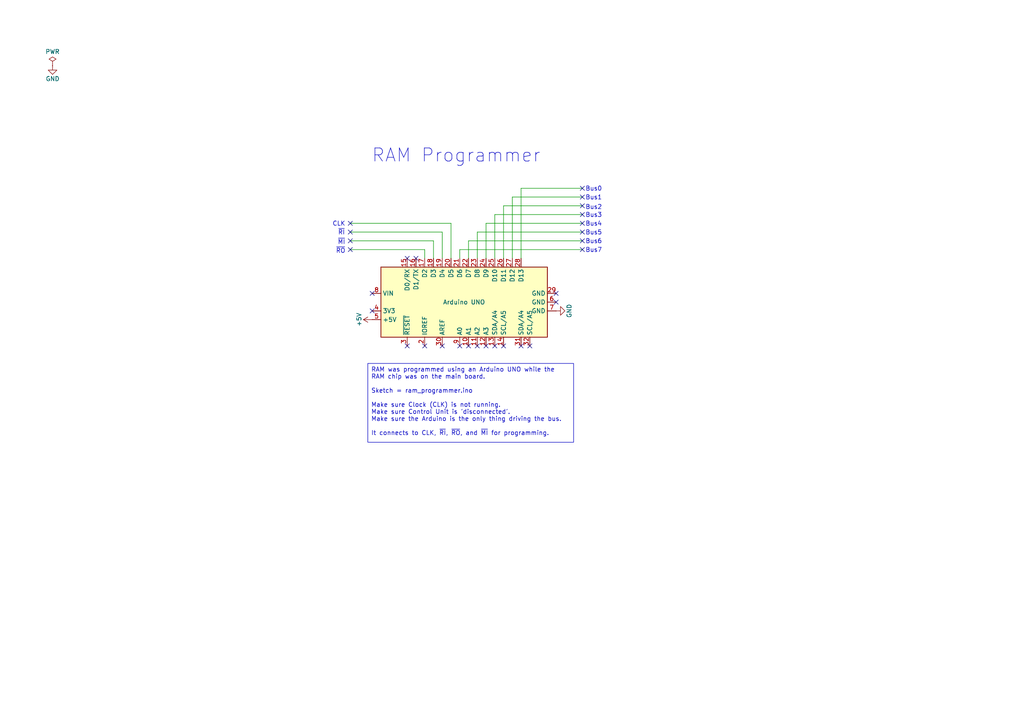
<source format=kicad_sch>
(kicad_sch (version 20250114) (generator "eeschema") (generator_version "9.0")
  (paper "A4")
  (lib_symbols
    (symbol "MCU_Module:Arduino_UNO_R3"
      (property "Reference" "A" (at -10.16 23.495 0))
      (property "Value" "Arduino_UNO_R3" (at 5.08 -26.67 0))
      (symbol "Arduino_UNO_R3_0_1"
        (rectangle (start -10.16 22.86) (end 10.16 -25.4) (stroke (width 0.254)) (fill (type background)))
      )
      (symbol "Arduino_UNO_R3_1_1"
        (pin bidirectional line (at -12.7 15.24 0) (length 2.54) (name "D0/RX") (number "15"))
        (pin bidirectional line (at -12.7 12.7 0) (length 2.54) (name "D1/TX") (number "16"))
        (pin bidirectional line (at -12.7 10.16 0) (length 2.54) (name "D2") (number "17"))
        (pin bidirectional line (at -12.7 7.62 0) (length 2.54) (name "D3") (number "18"))
        (pin bidirectional line (at -12.7 5.08 0) (length 2.54) (name "D4") (number "19"))
        (pin bidirectional line (at -12.7 2.54 0) (length 2.54) (name "D5") (number "20"))
        (pin bidirectional line (at -12.7 0 0) (length 2.54) (name "D6") (number "21"))
        (pin bidirectional line (at -12.7 -2.54 0) (length 2.54) (name "D7") (number "22"))
        (pin bidirectional line (at -12.7 -5.08 0) (length 2.54) (name "D8") (number "23"))
        (pin bidirectional line (at -12.7 -7.62 0) (length 2.54) (name "D9") (number "24"))
        (pin bidirectional line (at -12.7 -10.16 0) (length 2.54) (name "D10") (number "25"))
        (pin bidirectional line (at -12.7 -12.7 0) (length 2.54) (name "D11") (number "26"))
        (pin bidirectional line (at -12.7 -15.24 0) (length 2.54) (name "D12") (number "27"))
        (pin bidirectional line (at -12.7 -17.78 0) (length 2.54) (name "D13") (number "28"))
        (pin no_connect line (at -10.16 -20.32 0) (length 2.54) (hide yes) (name "NC") (number "1"))
        (pin power_in line (at -2.54 25.4 270) (length 2.54) (name "VIN") (number "8"))
        (pin power_in line (at -2.54 -27.94 90) (length 2.54) (name "GND") (number "29"))
        (pin power_in line (at 0 -27.94 90) (length 2.54) (name "GND") (number "6"))
        (pin power_out line (at 2.54 25.4 270) (length 2.54) (name "3V3") (number "4"))
        (pin power_in line (at 2.54 -27.94 90) (length 2.54) (name "GND") (number "7"))
        (pin power_out line (at 5.08 25.4 270) (length 2.54) (name "+5V") (number "5"))
        (pin input line (at 12.7 15.24 180) (length 2.54) (name "~{RESET}") (number "3"))
        (pin output line (at 12.7 10.16 180) (length 2.54) (name "IOREF") (number "2"))
        (pin input line (at 12.7 5.08 180) (length 2.54) (name "AREF") (number "30"))
        (pin bidirectional line (at 12.7 0 180) (length 2.54) (name "A0") (number "9"))
        (pin bidirectional line (at 12.7 -2.54 180) (length 2.54) (name "A1") (number "10"))
        (pin bidirectional line (at 12.7 -5.08 180) (length 2.54) (name "A2") (number "11"))
        (pin bidirectional line (at 12.7 -7.62 180) (length 2.54) (name "A3") (number "12"))
        (pin bidirectional line (at 12.7 -10.16 180) (length 2.54) (name "SDA/A4") (number "13"))
        (pin bidirectional line (at 12.7 -12.7 180) (length 2.54) (name "SCL/A5") (number "14"))
        (pin bidirectional line (at 12.7 -17.78 180) (length 2.54) (name "SDA/A4") (number "31"))
        (pin bidirectional line (at 12.7 -20.32 180) (length 2.54) (name "SCL/A5") (number "32"))
      )
    )
    (symbol "power:+5V" (power) (pin_numbers (hide yes)) (pin_names (offset 0) (hide yes))
      (property "Value" "+5V" (at 0 3.556 0))
      (symbol "+5V_0_1"
        (polyline (pts (xy -0.762 1.27) (xy 0 2.54)))
        (polyline (pts (xy 0 2.54) (xy 0.762 1.27)))
        (polyline (pts (xy 0 0) (xy 0 2.54)))
      )
      (symbol "+5V_1_1"
        (pin power_in line (at 0 0 90) (length 0) (name "~") (number "1"))
      )
    )
    (symbol "power:GND" (power) (pin_numbers (hide yes)) (pin_names (offset 0) (hide yes))
      (property "Value" "GND" (at 0 -3.81 0))
      (symbol "GND_0_1"
        (polyline (pts (xy 0 0) (xy 0 -1.27) (xy 1.27 -1.27) (xy 0 -2.54) (xy -1.27 -1.27) (xy 0 -1.27)))
      )
      (symbol "GND_1_1"
        (pin power_in line (at 0 0 270) (length 0) (name "~") (number "1"))
      )
    )
    (symbol "power:PWR_FLAG" (power) (pin_numbers (hide yes)) (pin_names (offset 0) (hide yes))
      (property "Value" "PWR_FLAG" (at 0 3.81 0))
      (symbol "PWR_FLAG_0_0"
        (pin power_out line (at 0 0 90) (length 0) (name "~") (number "1"))
      )
      (symbol "PWR_FLAG_0_1"
        (polyline (pts (xy 0 0) (xy 0 1.27) (xy -1.016 1.905) (xy 0 2.54) (xy 1.016 1.905) (xy 0 1.27)))
      )
    )
  )
  (text "~{MI}" (at 99.06 70.358 0) (effects (font (size 1.27 1.27))))
  (text "Bus0" (at 172.212 54.864 0) (effects (font (size 1.27 1.27))))
  (text "CLK" (at 98.298 65.024 0) (effects (font (size 1.27 1.27))))
  (text "Bus6" (at 172.212 70.104 0) (effects (font (size 1.27 1.27))))
  (text "~{RI}" (at 99.06 67.564 0) (effects (font (size 1.27 1.27))))
  (text "Bus4" (at 172.212 65.024 0) (effects (font (size 1.27 1.27))))
  (text "Bus2" (at 172.212 60.198 0) (effects (font (size 1.27 1.27))))
  (text "Bus7" (at 172.212 72.644 0) (effects (font (size 1.27 1.27))))
  (text "Bus1" (at 172.212 57.404 0) (effects (font (size 1.27 1.27))))
  (text "~{RO}" (at 98.806 72.898 0) (effects (font (size 1.27 1.27))))
  (text "Bus3" (at 172.212 62.484 0) (effects (font (size 1.27 1.27))))
  (text "Bus5" (at 172.212 67.564 0) (effects (font (size 1.27 1.27))))
  (text "RAM Programmer" (at 132.334 45.212 0) (effects (font (size 3.81 3.81))))
  (text_box "RAM was programmed using an Arduino UNO while the RAM chip was on the main board.\n\nSketch = ram_programmer.ino\n\nMake sure Clock (CLK) is not running.\nMake sure Control Unit is 'disconnected'.\nMake sure the Arduino is the only thing driving the bus.\n\nIt connects to CLK, ~{RI}, ~{RO}, and ~{MI} for programming." (at 106.68 105.41 0) (size 59.69 22.86) (margins 0.9525 0.9525 0.9525 0.9525) (effects (font (size 1.27 1.27)) (justify left top)))
  (no_connect (at 107.95 85.09))
  (no_connect (at 161.29 85.09))
  (no_connect (at 168.91 67.31))
  (no_connect (at 101.6 64.77))
  (no_connect (at 140.97 100.33))
  (no_connect (at 143.51 100.33))
  (no_connect (at 168.91 72.39))
  (no_connect (at 138.43 100.33))
  (no_connect (at 168.91 54.61))
  (no_connect (at 120.65 74.93))
  (no_connect (at 118.11 100.33))
  (no_connect (at 101.6 69.85))
  (no_connect (at 107.95 90.17))
  (no_connect (at 135.89 100.33))
  (no_connect (at 168.91 64.77))
  (no_connect (at 168.91 62.23))
  (no_connect (at 133.35 100.33))
  (no_connect (at 168.91 57.15))
  (no_connect (at 146.05 100.33))
  (no_connect (at 118.11 74.93))
  (no_connect (at 161.29 87.63))
  (no_connect (at 153.67 100.33))
  (no_connect (at 128.27 100.33))
  (no_connect (at 151.13 100.33))
  (no_connect (at 101.6 72.39))
  (no_connect (at 101.6 67.31))
  (no_connect (at 168.91 69.85))
  (no_connect (at 168.91 59.69))
  (no_connect (at 123.19 100.33))
  (wire (pts (xy 146.05 59.69) (xy 168.91 59.69)))
  (wire (pts (xy 101.6 69.85) (xy 125.73 69.85)))
  (wire (pts (xy 101.6 67.31) (xy 128.27 67.31)))
  (wire (pts (xy 146.05 74.93) (xy 146.05 59.69)))
  (wire (pts (xy 101.6 64.77) (xy 130.81 64.77)))
  (wire (pts (xy 168.91 69.85) (xy 135.89 69.85)))
  (wire (pts (xy 140.97 74.93) (xy 140.97 64.77)))
  (wire (pts (xy 133.35 72.39) (xy 133.35 74.93)))
  (wire (pts (xy 135.89 74.93) (xy 135.89 69.85)))
  (wire (pts (xy 151.13 54.61) (xy 168.91 54.61)))
  (wire (pts (xy 125.73 74.93) (xy 125.73 69.85)))
  (wire (pts (xy 101.6 72.39) (xy 123.19 72.39)))
  (wire (pts (xy 128.27 74.93) (xy 128.27 67.31)))
  (wire (pts (xy 143.51 62.23) (xy 168.91 62.23)))
  (wire (pts (xy 168.91 72.39) (xy 133.35 72.39)))
  (wire (pts (xy 168.91 67.31) (xy 138.43 67.31)))
  (wire (pts (xy 138.43 74.93) (xy 138.43 67.31)))
  (wire (pts (xy 151.13 74.93) (xy 151.13 54.61)))
  (wire (pts (xy 130.81 74.93) (xy 130.81 64.77)))
  (wire (pts (xy 148.59 57.15) (xy 168.91 57.15)))
  (wire (pts (xy 123.19 72.39) (xy 123.19 74.93)))
  (wire (pts (xy 143.51 74.93) (xy 143.51 62.23)))
  (wire (pts (xy 148.59 74.93) (xy 148.59 57.15)))
  (wire (pts (xy 168.91 64.77) (xy 140.97 64.77)))
  (symbol (lib_id "MCU_Module:Arduino_UNO_R3") (at 133.35 87.63 90) (mirror x) (unit 1)
    (property "Reference" "A1" (effects (hide yes)))
    (property "Value" "Arduino UNO" (at 140.716 87.63 90) (effects (justify left)))
    (property "Footprint" "Module:Arduino_UNO_R3" (effects (hide yes)))
    (property "Datasheet" "https://www.arduino.cc/en/Main/arduinoBoardUno" (effects (hide yes)))
    (property "Description" "Arduino UNO Microcontroller Module, release 3" (effects (hide yes)))
  )
  (symbol (lib_id "power:GND") (at 15.24 19.05 0) (unit 1)
    (property "Reference" "#PWR014" (effects (hide yes)))
    (property "Value" "GND" (at 13.208 22.86 0) (effects (justify left)))
    (property "Description" "Power symbol creates a global label with name \"GND\" , ground" (effects (hide yes)))
  )
  (symbol (lib_id "power:GND") (at 161.29 90.17 90) (mirror x) (unit 1)
    (property "Reference" "#PWR01" (effects (hide yes)))
    (property "Value" "GND" (at 165.1 88.138 0) (effects (justify left)))
    (property "Description" "Power symbol creates a global label with name \"GND\" , ground" (effects (hide yes)))
  )
  (symbol (lib_id "power:PWR_FLAG") (at 15.24 19.05 0) (unit 1)
    (property "Reference" "#FLG04" (effects (hide yes)))
    (property "Value" "PWR" (at 15.24 14.986 0))
    (property "Description" "Special symbol for telling ERC where power comes from" (effects (hide yes)))
  )
  (symbol (lib_id "power:+5V") (at 107.95 92.71 90) (mirror x) (unit 1)
    (property "Reference" "#PWR0108" (effects (hide yes)))
    (property "Value" "+5V" (at 104.14 92.71 0))
    (property "Description" "Power symbol creates a global label with name \"+5V\"" (effects (hide yes)))
  )
)
</source>
